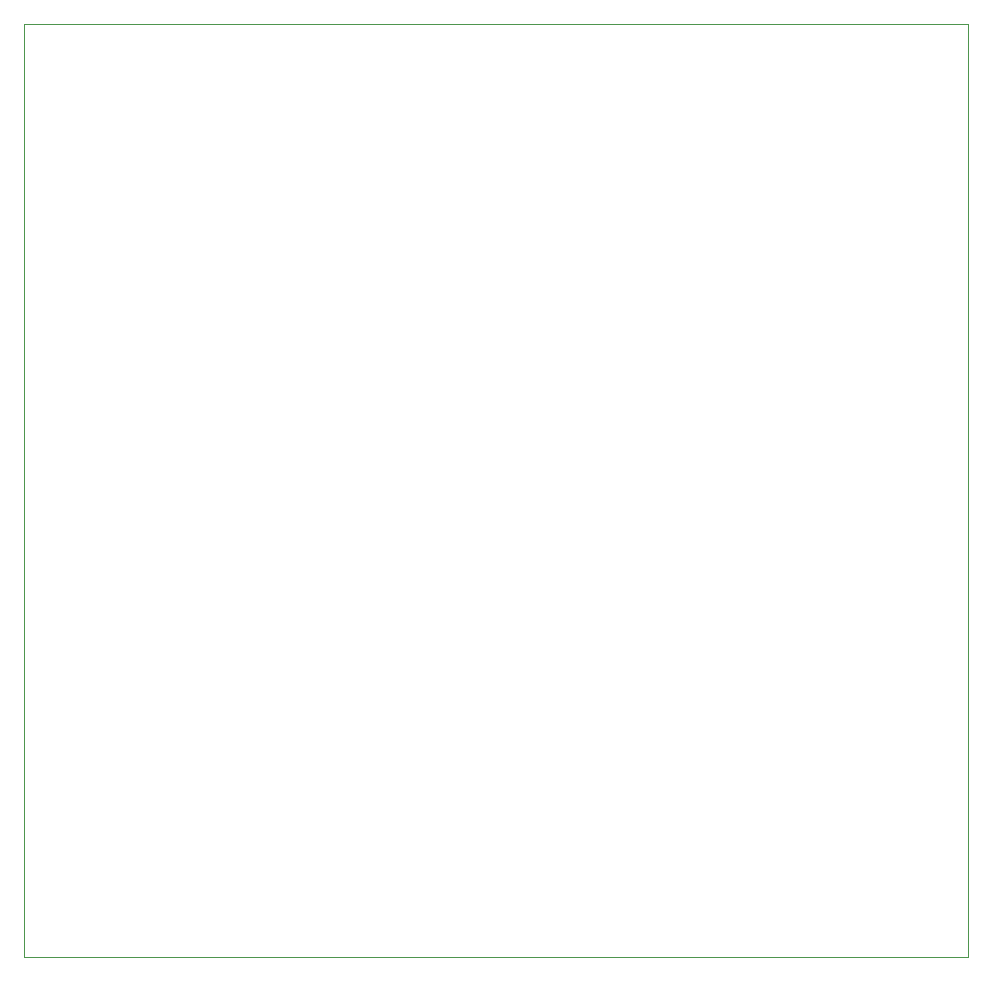
<source format=gbr>
%TF.GenerationSoftware,KiCad,Pcbnew,(7.0.0)*%
%TF.CreationDate,2023-12-21T13:58:15+01:00*%
%TF.ProjectId,PCB-light-challenge,5043422d-6c69-4676-9874-2d6368616c6c,rev?*%
%TF.SameCoordinates,Original*%
%TF.FileFunction,Profile,NP*%
%FSLAX46Y46*%
G04 Gerber Fmt 4.6, Leading zero omitted, Abs format (unit mm)*
G04 Created by KiCad (PCBNEW (7.0.0)) date 2023-12-21 13:58:15*
%MOMM*%
%LPD*%
G01*
G04 APERTURE LIST*
%TA.AperFunction,Profile*%
%ADD10C,0.100000*%
%TD*%
G04 APERTURE END LIST*
D10*
X172440000Y-73140000D02*
X252350000Y-73140000D01*
X252350000Y-73140000D02*
X252350000Y-152140000D01*
X252350000Y-152140000D02*
X172440000Y-152140000D01*
X172440000Y-152140000D02*
X172440000Y-73140000D01*
M02*

</source>
